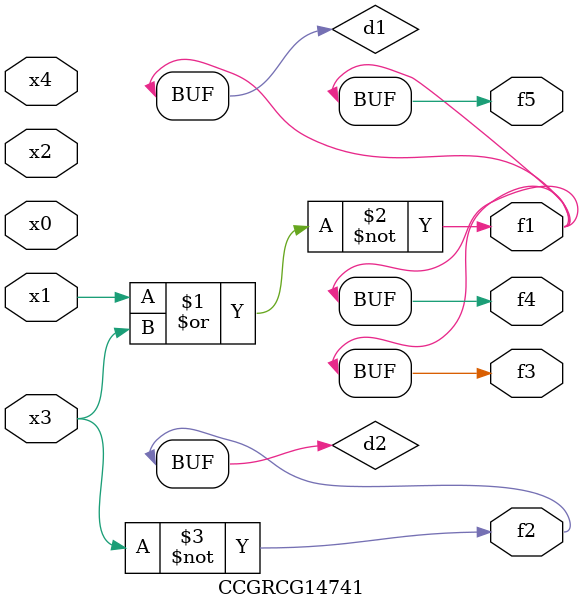
<source format=v>
module CCGRCG14741(
	input x0, x1, x2, x3, x4,
	output f1, f2, f3, f4, f5
);

	wire d1, d2;

	nor (d1, x1, x3);
	not (d2, x3);
	assign f1 = d1;
	assign f2 = d2;
	assign f3 = d1;
	assign f4 = d1;
	assign f5 = d1;
endmodule

</source>
